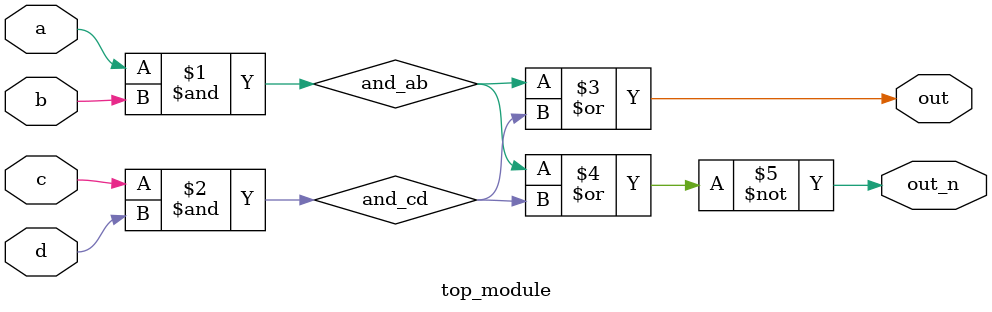
<source format=v>
`default_nettype none
module top_module(
    input a,
    input b,
    input c,
    input d,
    output out,
    output out_n   ); 
    
    wire and_ab, and_cd;
    
    assign and_ab = a&b;
    assign and_cd = c&d;
    assign out = and_ab|and_cd;
    assign out_n = ~(and_ab|and_cd);
    
    //assign out = (a&b)|(c&d);
    //assign out_n = ~((a&b)|(c&d));

endmodule

</source>
